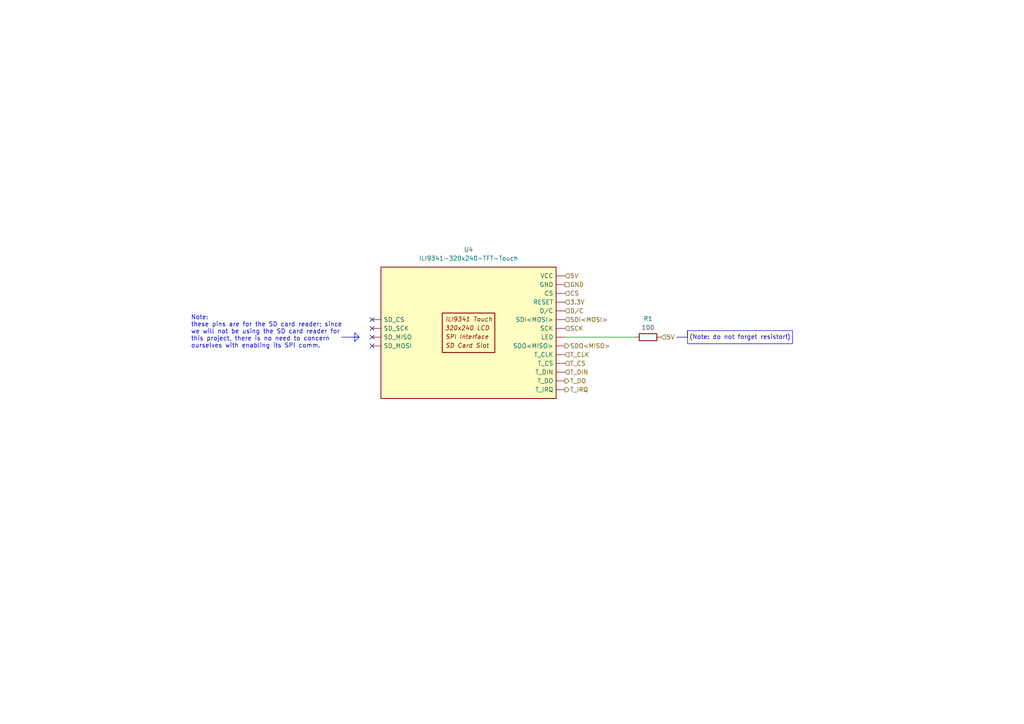
<source format=kicad_sch>
(kicad_sch (version 20231120) (generator "eeschema") (generator_version "8.0")
  (paper "A4")
  (lib_symbols
    (symbol "Device:R" (pin_numbers hide) (pin_names (offset 0))
      (property "Reference" "R" (at 2.032 0 90))
      (property "Value" "R" (at 0 0 90))
      (symbol "R_0_1"
        (rectangle (start -1.016 -2.54) (end 1.016 2.54) (stroke (width 0.254)))
      )
      (symbol "R_1_1"
        (pin passive line (at 0 3.81 270) (length 1.27) (name "~") (number "1"))
        (pin passive line (at 0 -3.81 90) (length 1.27) (name "~") (number "2"))
      )
    )
    (symbol "lockBuster:ILI9341-320x240-TFT-Touch" (pin_names (offset 0.762))
      (property "Reference" "U" (at 7.366 17.272 0))
      (property "Value" "ILI9341-320x240-TFT-Touch" (at -4.826 14.732 0))
      (symbol "ILI9341-320x240-TFT-Touch_0_0"
        (text "320x240 LCD" (at 8.509 -4.953 0) (effects (font (size 1.27 1.27) (italic yes))))
        (text "SD Card Slot" (at 2.159 -10.033 0) (effects (font (size 1.27 1.27) (italic yes)) (justify left)))
        (text "SPI Interface" (at 2.159 -7.493 0) (effects (font (size 1.27 1.27) (italic yes)) (justify left)))
      )
      (symbol "ILI9341-320x240-TFT-Touch_0_1"
        (rectangle (start -16.51 -25.4) (end 34.29 12.7) (stroke (width 0.254)) (fill (type background)))
        (rectangle (start 1.27 -0.635) (end 16.51 -12.065) (stroke (width 0.254)))
      )
      (symbol "ILI9341-320x240-TFT-Touch_1_0"
        (text "ILI9341 Touch" (at 2.159 -2.413 0) (effects (font (size 1.27 1.27) (italic yes)) (justify left)))
      )
      (symbol "ILI9341-320x240-TFT-Touch_1_1"
        (pin input line (at 36.83 5.08 180) (length 2.54) (name "CS") (number ""))
        (pin input line (at 36.83 0 180) (length 2.54) (name "D/C") (number ""))
        (pin power_in line (at 36.83 7.62 180) (length 2.54) (name "GND") (number ""))
        (pin passive line (at 36.83 -7.62 180) (length 2.54) (name "LED") (number ""))
        (pin input line (at 36.83 2.54 180) (length 2.54) (name "RESET") (number ""))
        (pin input line (at 36.83 -5.08 180) (length 2.54) (name "SCK") (number ""))
        (pin input line (at 36.83 -2.54 180) (length 2.54) (name "SDI<MOSI>") (number ""))
        (pin output line (at 36.83 -10.16 180) (length 2.54) (name "SDO<MISO>") (number ""))
        (pin input line (at -19.05 -2.54 0) (length 2.54) (name "SD_CS") (number ""))
        (pin output line (at -19.05 -7.62 0) (length 2.54) (name "SD_MISO") (number ""))
        (pin input line (at -19.05 -10.16 0) (length 2.54) (name "SD_MOSI") (number ""))
        (pin input line (at -19.05 -5.08 0) (length 2.54) (name "SD_SCK") (number ""))
        (pin input line (at 36.83 -12.7 180) (length 2.54) (name "T_CLK") (number ""))
        (pin input line (at 36.83 -15.24 180) (length 2.54) (name "T_CS") (number ""))
        (pin input line (at 36.83 -17.78 180) (length 2.54) (name "T_DIN") (number ""))
        (pin output line (at 36.83 -20.32 180) (length 2.54) (name "T_DO") (number ""))
        (pin output line (at 36.83 -22.86 180) (length 2.54) (name "T_IRQ") (number ""))
        (pin power_in line (at 36.83 10.16 180) (length 2.54) (name "VCC") (number ""))
      )
    )
  )
  (no_connect (at 107.95 92.71))
  (no_connect (at 107.95 100.33))
  (no_connect (at 107.95 95.25))
  (no_connect (at 107.95 97.79))
  (polyline (pts (xy 102.87 97.79) (xy 104.14 97.79)))
  (wire (pts (xy 163.83 97.79) (xy 184.15 97.79)))
  (polyline (pts (xy 102.87 96.52) (xy 102.87 99.06)))
  (polyline (pts (xy 199.39 95.885) (xy 199.39 97.79)))
  (polyline (pts (xy 102.87 99.06) (xy 104.14 97.79)))
  (polyline (pts (xy 104.14 97.79) (xy 102.87 96.52)))
  (polyline (pts (xy 99.06 97.79) (xy 104.14 97.79)))
  (polyline (pts (xy 196.215 97.79) (xy 199.39 97.79)))
  (rectangle (start 199.39 95.885) (end 229.87 99.695))
  (text "(Note: do not forget resistor!)" (at 214.63 97.917 0) (effects (font (size 1.27 1.27))))
  (text "Note:\nthese pins are for the SD card reader; since\nwe will not be using the SD card reader for \nthis project, there is no need to concern\nourselves with enabling its SPI comm." (at 55.372 96.266 0) (effects (font (size 1.27 1.27)) (justify left)))
  (hierarchical_label "5V" (shape input) (at 191.77 97.79 0))
  (hierarchical_label "T_CLK" (shape input) (at 163.83 102.87 0) (property "Note" "(pin 13)" (effects (hide yes))))
  (hierarchical_label "SDO<MISO>" (shape output) (at 163.83 100.33 0) (property "Note" "(pin 12)" (effects (hide yes))))
  (hierarchical_label "GND" (shape passive) (at 163.83 82.55 0))
  (hierarchical_label "T_IRQ" (shape output) (at 163.83 113.03 0) (property "Note" "(pin 2)" (effects (hide yes))))
  (hierarchical_label "CS" (shape input) (at 163.83 85.09 0) (property "Note" "(pin 10)" (effects (hide yes))))
  (hierarchical_label "T_CS" (shape input) (at 163.83 105.41 0) (property "Note" "(pin 8)" (effects (hide yes))))
  (hierarchical_label "T_DIN" (shape input) (at 163.83 107.95 0) (property "Note" "(pin 11)" (effects (hide yes))))
  (hierarchical_label "T_DO" (shape output) (at 163.83 110.49 0) (property "Note" "(pin 12)" (effects (hide yes))))
  (hierarchical_label "3.3V" (shape input) (at 163.83 87.63 0))
  (hierarchical_label "SDI<MOSI>" (shape input) (at 163.83 92.71 0) (property "Note" "(pin 11)" (effects (hide yes))))
  (hierarchical_label "SCK" (shape input) (at 163.83 95.25 0) (property "Note" "(pin 13)" (effects (hide yes))))
  (hierarchical_label "5V" (shape input) (at 163.83 80.01 0))
  (hierarchical_label "D{slash}C" (shape input) (at 163.83 90.17 0) (property "Note" "(pin 9)" (effects (hide yes))))
  (symbol (lib_id "lockBuster:ILI9341-320x240-TFT-Touch") (at 127 90.17 0) (unit 1)
    (property "Reference" "U4" (at 135.89 72.39 0))
    (property "Value" "ILI9341-320x240-TFT-Touch" (at 135.89 74.93 0))
    (property "Footprint" "Display:CR2013-MI2120" (effects (hide yes)))
    (property "Datasheet" "https://www.pjrc.com/store/display_ili9341_touch.html" (effects (hide yes)))
    (property "Description" "ILI9341 controller, SPI color touchscreen LCD (320x240), 9-pin breakout PCB for Teensy boards, 4-pin SD card interface (optional modification required), compatible with 5V and 3.3V power supplies." (effects (hide yes)))
  )
  (symbol (lib_id "Device:R") (at 187.96 97.79 90) (unit 1)
    (property "Reference" "R1" (at 187.96 92.456 90))
    (property "Value" "100" (at 187.96 94.996 90))
    (property "Footprint" "Resistor_SMD:R_0603_1608Metric_Pad0.98x0.95mm_HandSolder" (effects (hide yes)))
    (property "Description" "Resistor" (effects (hide yes)))
  )
)
</source>
